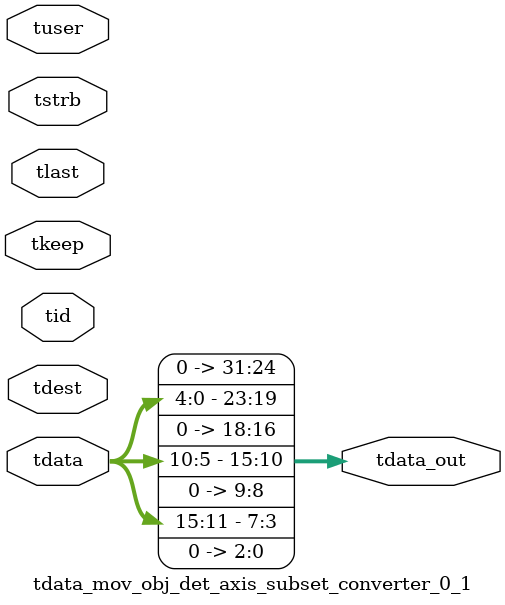
<source format=v>


`timescale 1ps/1ps

module tdata_mov_obj_det_axis_subset_converter_0_1 #
(
parameter C_S_AXIS_TDATA_WIDTH = 32,
parameter C_S_AXIS_TUSER_WIDTH = 0,
parameter C_S_AXIS_TID_WIDTH   = 0,
parameter C_S_AXIS_TDEST_WIDTH = 0,
parameter C_M_AXIS_TDATA_WIDTH = 32
)
(
input  [(C_S_AXIS_TDATA_WIDTH == 0 ? 1 : C_S_AXIS_TDATA_WIDTH)-1:0     ] tdata,
input  [(C_S_AXIS_TUSER_WIDTH == 0 ? 1 : C_S_AXIS_TUSER_WIDTH)-1:0     ] tuser,
input  [(C_S_AXIS_TID_WIDTH   == 0 ? 1 : C_S_AXIS_TID_WIDTH)-1:0       ] tid,
input  [(C_S_AXIS_TDEST_WIDTH == 0 ? 1 : C_S_AXIS_TDEST_WIDTH)-1:0     ] tdest,
input  [(C_S_AXIS_TDATA_WIDTH/8)-1:0 ] tkeep,
input  [(C_S_AXIS_TDATA_WIDTH/8)-1:0 ] tstrb,
input                                                                    tlast,
output [C_M_AXIS_TDATA_WIDTH-1:0] tdata_out
);

assign tdata_out = {tdata[4:0],3'b000,tdata[10:5],2'b00,tdata[15:11],3'b000};

endmodule


</source>
